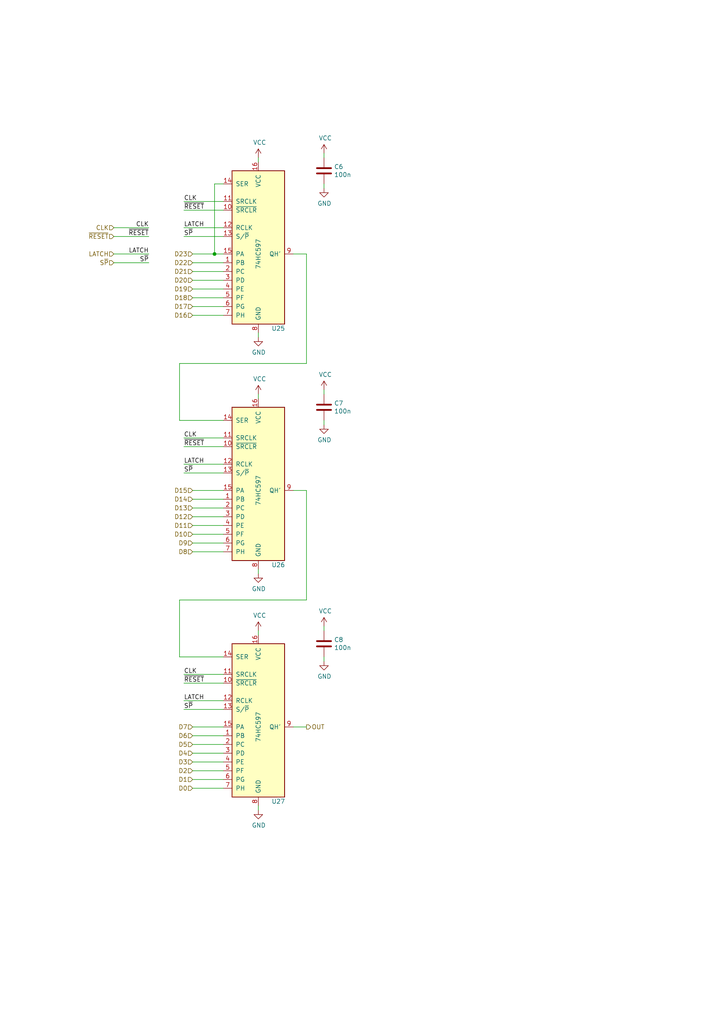
<source format=kicad_sch>
(kicad_sch (version 20211123) (generator eeschema)
  (paper "A4" portrait)
  (lib_symbols
    (symbol "Device:C" (pin_numbers hide) (pin_names (offset 0.254))
      (property "Reference" "C" (at 0.635 2.54 0))
      (property "Value" "C" (at 0.635 -2.54 0))
      (symbol "C_0_1"
        (polyline (pts (xy -2.032 -0.762) (xy 2.032 -0.762)) (stroke (width 0.508)))
        (polyline (pts (xy -2.032 0.762) (xy 2.032 0.762)) (stroke (width 0.508)))
      )
      (symbol "C_1_1"
        (pin passive line (at 0 3.81 270) (length 2.794) (name "~") (number "1"))
        (pin passive line (at 0 -3.81 90) (length 2.794) (name "~") (number "2"))
      )
    )
    (symbol "power:GND" (power) (pin_names (offset 0))
      (property "Value" "GND" (at 0 -3.81 0))
      (symbol "GND_0_1"
        (polyline (pts (xy 0 0) (xy 0 -1.27) (xy 1.27 -1.27) (xy 0 -2.54) (xy -1.27 -1.27) (xy 0 -1.27)))
      )
      (symbol "GND_1_1"
        (pin power_in line (at 0 0 270) (length 0) hide (name "GND") (number "1"))
      )
    )
    (symbol "power:VCC" (power) (pin_names (offset 0))
      (property "Value" "VCC" (at 0 3.81 0))
      (symbol "VCC_0_1"
        (polyline (pts (xy -0.762 1.27) (xy 0 2.54)))
        (polyline (pts (xy 0 0) (xy 0 2.54)))
        (polyline (pts (xy 0 2.54) (xy 0.762 1.27)))
      )
      (symbol "VCC_1_1"
        (pin power_in line (at 0 0 90) (length 0) hide (name "VCC") (number "1"))
      )
    )
    (symbol "riscv-serial:74HC597" (pin_names (offset 1.016))
      (property "Reference" "U" (at 5.08 -22.86 0))
      (property "Value" "74HC597" (at 0 0 90))
      (symbol "74HC597_0_1"
        (rectangle (start -7.62 24.13) (end 7.62 -20.32) (stroke (width 0.254)) (fill (type background)))
      )
      (symbol "74HC597_1_1"
        (pin input line (at -10.16 -2.54 0) (length 2.54) (name "PB") (number "1"))
        (pin input line (at -10.16 12.7 0) (length 2.54) (name "~{SRCLR}") (number "10"))
        (pin input line (at -10.16 15.24 0) (length 2.54) (name "SRCLK") (number "11"))
        (pin input line (at -10.16 7.62 0) (length 2.54) (name "RCLK") (number "12"))
        (pin input line (at -10.16 5.08 0) (length 2.54) (name "S/~{P}") (number "13"))
        (pin input line (at -10.16 20.32 0) (length 2.54) (name "SER") (number "14"))
        (pin input line (at -10.16 0 0) (length 2.54) (name "PA") (number "15"))
        (pin power_in line (at 0 26.67 270) (length 2.54) (name "VCC") (number "16"))
        (pin input line (at -10.16 -5.08 0) (length 2.54) (name "PC") (number "2"))
        (pin input line (at -10.16 -7.62 0) (length 2.54) (name "PD") (number "3"))
        (pin input line (at -10.16 -10.16 0) (length 2.54) (name "PE") (number "4"))
        (pin input line (at -10.16 -12.7 0) (length 2.54) (name "PF") (number "5"))
        (pin input line (at -10.16 -15.24 0) (length 2.54) (name "PG") (number "6"))
        (pin input line (at -10.16 -17.78 0) (length 2.54) (name "PH") (number "7"))
        (pin power_in line (at 0 -22.86 90) (length 2.54) (name "GND") (number "8"))
        (pin output line (at 10.16 0 180) (length 2.54) (name "QH'") (number "9"))
      )
    )
  )
  (junction (at 62.23 73.66))
  (wire (pts (xy 55.88 73.66) (xy 62.23 73.66)))
  (wire (pts (xy 55.88 83.82) (xy 64.77 83.82)))
  (wire (pts (xy 53.34 198.12) (xy 64.77 198.12)))
  (wire (pts (xy 53.34 129.54) (xy 64.77 129.54)))
  (wire (pts (xy 52.07 190.5) (xy 64.77 190.5)))
  (wire (pts (xy 64.77 228.6) (xy 55.88 228.6)))
  (wire (pts (xy 33.02 66.04) (xy 43.18 66.04)))
  (wire (pts (xy 33.02 73.66) (xy 43.18 73.66)))
  (wire (pts (xy 74.93 114.3) (xy 74.93 115.57)))
  (wire (pts (xy 43.18 76.2) (xy 33.02 76.2)))
  (wire (pts (xy 74.93 96.52) (xy 74.93 97.79)))
  (wire (pts (xy 88.9 142.24) (xy 85.09 142.24)))
  (wire (pts (xy 52.07 173.99) (xy 52.07 190.5)))
  (wire (pts (xy 88.9 105.41) (xy 52.07 105.41)))
  (wire (pts (xy 55.88 210.82) (xy 64.77 210.82)))
  (wire (pts (xy 64.77 213.36) (xy 55.88 213.36)))
  (wire (pts (xy 93.98 44.45) (xy 93.98 45.72)))
  (wire (pts (xy 88.9 73.66) (xy 88.9 105.41)))
  (wire (pts (xy 88.9 210.82) (xy 85.09 210.82)))
  (wire (pts (xy 93.98 181.61) (xy 93.98 182.88)))
  (wire (pts (xy 88.9 173.99) (xy 52.07 173.99)))
  (wire (pts (xy 55.88 220.98) (xy 64.77 220.98)))
  (wire (pts (xy 43.18 68.58) (xy 33.02 68.58)))
  (wire (pts (xy 64.77 53.34) (xy 62.23 53.34)))
  (wire (pts (xy 88.9 142.24) (xy 88.9 173.99)))
  (wire (pts (xy 55.88 226.06) (xy 64.77 226.06)))
  (wire (pts (xy 64.77 195.58) (xy 53.34 195.58)))
  (wire (pts (xy 64.77 154.94) (xy 55.88 154.94)))
  (wire (pts (xy 64.77 76.2) (xy 55.88 76.2)))
  (wire (pts (xy 74.93 182.88) (xy 74.93 184.15)))
  (wire (pts (xy 64.77 81.28) (xy 55.88 81.28)))
  (wire (pts (xy 93.98 113.03) (xy 93.98 114.3)))
  (wire (pts (xy 93.98 121.92) (xy 93.98 123.19)))
  (wire (pts (xy 64.77 86.36) (xy 55.88 86.36)))
  (wire (pts (xy 62.23 53.34) (xy 62.23 73.66)))
  (wire (pts (xy 88.9 73.66) (xy 85.09 73.66)))
  (wire (pts (xy 64.77 160.02) (xy 55.88 160.02)))
  (wire (pts (xy 64.77 127) (xy 53.34 127)))
  (wire (pts (xy 52.07 105.41) (xy 52.07 121.92)))
  (wire (pts (xy 64.77 203.2) (xy 53.34 203.2)))
  (wire (pts (xy 93.98 53.34) (xy 93.98 54.61)))
  (wire (pts (xy 55.88 152.4) (xy 64.77 152.4)))
  (wire (pts (xy 74.93 165.1) (xy 74.93 166.37)))
  (wire (pts (xy 62.23 73.66) (xy 64.77 73.66)))
  (wire (pts (xy 64.77 149.86) (xy 55.88 149.86)))
  (wire (pts (xy 53.34 68.58) (xy 64.77 68.58)))
  (wire (pts (xy 64.77 223.52) (xy 55.88 223.52)))
  (wire (pts (xy 64.77 58.42) (xy 53.34 58.42)))
  (wire (pts (xy 52.07 121.92) (xy 64.77 121.92)))
  (wire (pts (xy 64.77 134.62) (xy 53.34 134.62)))
  (wire (pts (xy 55.88 147.32) (xy 64.77 147.32)))
  (wire (pts (xy 53.34 60.96) (xy 64.77 60.96)))
  (wire (pts (xy 64.77 91.44) (xy 55.88 91.44)))
  (wire (pts (xy 55.88 157.48) (xy 64.77 157.48)))
  (wire (pts (xy 93.98 190.5) (xy 93.98 191.77)))
  (wire (pts (xy 53.34 137.16) (xy 64.77 137.16)))
  (wire (pts (xy 74.93 45.72) (xy 74.93 46.99)))
  (wire (pts (xy 53.34 205.74) (xy 64.77 205.74)))
  (wire (pts (xy 64.77 144.78) (xy 55.88 144.78)))
  (wire (pts (xy 55.88 78.74) (xy 64.77 78.74)))
  (wire (pts (xy 64.77 66.04) (xy 53.34 66.04)))
  (wire (pts (xy 55.88 88.9) (xy 64.77 88.9)))
  (wire (pts (xy 55.88 142.24) (xy 64.77 142.24)))
  (wire (pts (xy 64.77 218.44) (xy 55.88 218.44)))
  (wire (pts (xy 74.93 233.68) (xy 74.93 234.95)))
  (wire (pts (xy 55.88 215.9) (xy 64.77 215.9)))
  (label "LATCH" (at 43.18 73.66 180))
  (label "LATCH" (at 53.34 66.04 0))
  (label "~{RESET}" (at 53.34 60.96 0))
  (label "S~{P}" (at 53.34 205.74 0))
  (label "~{RESET}" (at 43.18 68.58 180))
  (label "CLK" (at 53.34 195.58 0))
  (label "S~{P}" (at 53.34 68.58 0))
  (label "LATCH" (at 53.34 134.62 0))
  (label "~{RESET}" (at 53.34 129.54 0))
  (label "~{RESET}" (at 53.34 198.12 0))
  (label "S~{P}" (at 53.34 137.16 0))
  (label "LATCH" (at 53.34 203.2 0))
  (label "S~{P}" (at 43.18 76.2 180))
  (label "CLK" (at 43.18 66.04 180))
  (label "CLK" (at 53.34 127 0))
  (label "CLK" (at 53.34 58.42 0))
  (hierarchical_label "OUT" (shape output) (at 88.9 210.82 0))
  (hierarchical_label "D13" (shape input) (at 55.88 147.32 180))
  (hierarchical_label "LATCH" (shape input) (at 33.02 73.66 180))
  (hierarchical_label "D3" (shape input) (at 55.88 220.98 180))
  (hierarchical_label "D16" (shape input) (at 55.88 91.44 180))
  (hierarchical_label "D7" (shape input) (at 55.88 210.82 180))
  (hierarchical_label "S~{P}" (shape input) (at 33.02 76.2 180))
  (hierarchical_label "D9" (shape input) (at 55.88 157.48 180))
  (hierarchical_label "D5" (shape input) (at 55.88 215.9 180))
  (hierarchical_label "~{RESET}" (shape input) (at 33.02 68.58 180))
  (hierarchical_label "D22" (shape input) (at 55.88 76.2 180))
  (hierarchical_label "D0" (shape input) (at 55.88 228.6 180))
  (hierarchical_label "D12" (shape input) (at 55.88 149.86 180))
  (hierarchical_label "D10" (shape input) (at 55.88 154.94 180))
  (hierarchical_label "D19" (shape input) (at 55.88 83.82 180))
  (hierarchical_label "CLK" (shape input) (at 33.02 66.04 180))
  (hierarchical_label "D23" (shape input) (at 55.88 73.66 180))
  (hierarchical_label "D1" (shape input) (at 55.88 226.06 180))
  (hierarchical_label "D18" (shape input) (at 55.88 86.36 180))
  (hierarchical_label "D21" (shape input) (at 55.88 78.74 180))
  (hierarchical_label "D11" (shape input) (at 55.88 152.4 180))
  (hierarchical_label "D17" (shape input) (at 55.88 88.9 180))
  (hierarchical_label "D8" (shape input) (at 55.88 160.02 180))
  (hierarchical_label "D20" (shape input) (at 55.88 81.28 180))
  (hierarchical_label "D14" (shape input) (at 55.88 144.78 180))
  (hierarchical_label "D15" (shape input) (at 55.88 142.24 180))
  (hierarchical_label "D6" (shape input) (at 55.88 213.36 180))
  (hierarchical_label "D4" (shape input) (at 55.88 218.44 180))
  (hierarchical_label "D2" (shape input) (at 55.88 223.52 180))
  (symbol (lib_id "riscv-serial:74HC597") (at 74.93 142.24 0) (unit 1)
    (property "Reference" "U26" (at 78.74 163.83 0) (effects (justify left)))
    (property "Value" "74HC597" (at 74.93 142.24 90))
    (property "Footprint" "Package_SO:SOIC-16_3.9x9.9mm_P1.27mm" (effects hide))
  )
  (symbol (lib_id "power:VCC") (at 74.93 114.3 0) (unit 1)
    (property "Reference" "#PWR059" (effects hide))
    (property "Value" "VCC" (at 75.311 109.9058 0))
  )
  (symbol (lib_id "Device:C") (at 93.98 118.11 0) (unit 1)
    (property "Reference" "C7" (at 96.901 116.9416 0) (effects (justify left)))
    (property "Value" "100n" (at 96.901 119.253 0) (effects (justify left)))
    (property "Footprint" "Capacitor_SMD:C_0805_2012Metric_Pad1.18x1.45mm_HandSolder" (effects hide))
  )
  (symbol (lib_id "power:VCC") (at 74.93 182.88 0) (unit 1)
    (property "Reference" "#PWR063" (effects hide))
    (property "Value" "VCC" (at 75.311 178.4858 0))
  )
  (symbol (lib_id "power:GND") (at 74.93 234.95 0) (unit 1)
    (property "Reference" "#PWR065" (effects hide))
    (property "Value" "GND" (at 75.057 239.3442 0))
  )
  (symbol (lib_id "Device:C") (at 93.98 186.69 0) (unit 1)
    (property "Reference" "C8" (at 96.901 185.5216 0) (effects (justify left)))
    (property "Value" "100n" (at 96.901 187.833 0) (effects (justify left)))
    (property "Footprint" "Capacitor_SMD:C_0805_2012Metric_Pad1.18x1.45mm_HandSolder" (effects hide))
  )
  (symbol (lib_id "power:VCC") (at 93.98 181.61 0) (unit 1)
    (property "Reference" "#PWR062" (effects hide))
    (property "Value" "VCC" (at 94.361 177.2158 0))
  )
  (symbol (lib_id "riscv-serial:74HC597") (at 74.93 73.66 0) (unit 1)
    (property "Reference" "U25" (at 78.74 95.25 0) (effects (justify left)))
    (property "Value" "74HC597" (at 74.93 73.66 90))
    (property "Footprint" "Package_SO:SOIC-16_3.9x9.9mm_P1.27mm" (effects hide))
  )
  (symbol (lib_id "power:VCC") (at 74.93 45.72 0) (unit 1)
    (property "Reference" "#PWR055" (effects hide))
    (property "Value" "VCC" (at 75.311 41.3258 0))
  )
  (symbol (lib_id "Device:C") (at 93.98 49.53 0) (unit 1)
    (property "Reference" "C6" (at 96.901 48.3616 0) (effects (justify left)))
    (property "Value" "100n" (at 96.901 50.673 0) (effects (justify left)))
    (property "Footprint" "Capacitor_SMD:C_0805_2012Metric_Pad1.18x1.45mm_HandSolder" (effects hide))
  )
  (symbol (lib_id "power:VCC") (at 93.98 44.45 0) (unit 1)
    (property "Reference" "#PWR054" (effects hide))
    (property "Value" "VCC" (at 94.361 40.0558 0))
  )
  (symbol (lib_id "power:GND") (at 93.98 54.61 0) (unit 1)
    (property "Reference" "#PWR056" (effects hide))
    (property "Value" "GND" (at 94.107 59.0042 0))
  )
  (symbol (lib_id "power:VCC") (at 93.98 113.03 0) (unit 1)
    (property "Reference" "#PWR058" (effects hide))
    (property "Value" "VCC" (at 94.361 108.6358 0))
  )
  (symbol (lib_id "power:GND") (at 93.98 123.19 0) (unit 1)
    (property "Reference" "#PWR060" (effects hide))
    (property "Value" "GND" (at 94.107 127.5842 0))
  )
  (symbol (lib_id "riscv-serial:74HC597") (at 74.93 210.82 0) (unit 1)
    (property "Reference" "U27" (at 78.74 232.41 0) (effects (justify left)))
    (property "Value" "74HC597" (at 74.93 210.82 90))
    (property "Footprint" "Package_SO:SOIC-16_3.9x9.9mm_P1.27mm" (effects hide))
  )
  (symbol (lib_id "power:GND") (at 74.93 97.79 0) (unit 1)
    (property "Reference" "#PWR057" (effects hide))
    (property "Value" "GND" (at 75.057 102.1842 0))
  )
  (symbol (lib_id "power:GND") (at 74.93 166.37 0) (unit 1)
    (property "Reference" "#PWR061" (effects hide))
    (property "Value" "GND" (at 75.057 170.7642 0))
  )
  (symbol (lib_id "power:GND") (at 93.98 191.77 0) (unit 1)
    (property "Reference" "#PWR064" (effects hide))
    (property "Value" "GND" (at 94.107 196.1642 0))
  )
)
</source>
